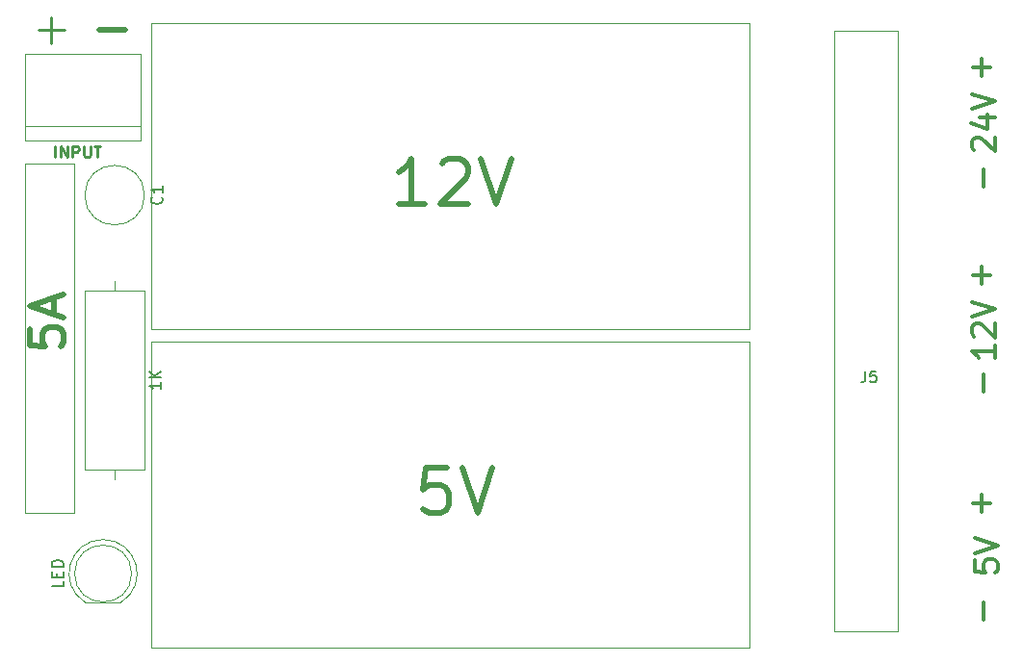
<source format=gbr>
G04 #@! TF.GenerationSoftware,KiCad,Pcbnew,(5.1.2)-2*
G04 #@! TF.CreationDate,2020-04-22T12:52:17+07:00*
G04 #@! TF.ProjectId,power_vedal,706f7765-725f-4766-9564-616c2e6b6963,rev?*
G04 #@! TF.SameCoordinates,Original*
G04 #@! TF.FileFunction,Legend,Top*
G04 #@! TF.FilePolarity,Positive*
%FSLAX46Y46*%
G04 Gerber Fmt 4.6, Leading zero omitted, Abs format (unit mm)*
G04 Created by KiCad (PCBNEW (5.1.2)-2) date 2020-04-22 12:52:17*
%MOMM*%
%LPD*%
G04 APERTURE LIST*
%ADD10C,0.300000*%
%ADD11C,0.500000*%
%ADD12C,0.250000*%
%ADD13C,0.120000*%
%ADD14C,0.150000*%
G04 APERTURE END LIST*
D10*
X152511238Y-47846952D02*
X152416000Y-47751714D01*
X152320761Y-47561238D01*
X152320761Y-47085047D01*
X152416000Y-46894571D01*
X152511238Y-46799333D01*
X152701714Y-46704095D01*
X152892190Y-46704095D01*
X153177904Y-46799333D01*
X154320761Y-47942190D01*
X154320761Y-46704095D01*
X152987428Y-44989809D02*
X154320761Y-44989809D01*
X152225523Y-45466000D02*
X153654095Y-45942190D01*
X153654095Y-44704095D01*
X152320761Y-44227904D02*
X154320761Y-43561238D01*
X152320761Y-42894571D01*
X153304857Y-89153904D02*
X153304857Y-87630095D01*
X152400095Y-78882857D02*
X153923904Y-78882857D01*
X153162000Y-79644761D02*
X153162000Y-78120952D01*
X152574761Y-83946952D02*
X152574761Y-84899333D01*
X153527142Y-84994571D01*
X153431904Y-84899333D01*
X153336666Y-84708857D01*
X153336666Y-84232666D01*
X153431904Y-84042190D01*
X153527142Y-83946952D01*
X153717619Y-83851714D01*
X154193809Y-83851714D01*
X154384285Y-83946952D01*
X154479523Y-84042190D01*
X154574761Y-84232666D01*
X154574761Y-84708857D01*
X154479523Y-84899333D01*
X154384285Y-84994571D01*
X152574761Y-83280285D02*
X154574761Y-82613619D01*
X152574761Y-81946952D01*
X153304857Y-69087904D02*
X153304857Y-67564095D01*
X152400095Y-58816857D02*
X153923904Y-58816857D01*
X153162000Y-59578761D02*
X153162000Y-58054952D01*
X154320761Y-64992095D02*
X154320761Y-66134952D01*
X154320761Y-65563523D02*
X152320761Y-65563523D01*
X152606476Y-65754000D01*
X152796952Y-65944476D01*
X152892190Y-66134952D01*
X152511238Y-64230190D02*
X152416000Y-64134952D01*
X152320761Y-63944476D01*
X152320761Y-63468285D01*
X152416000Y-63277809D01*
X152511238Y-63182571D01*
X152701714Y-63087333D01*
X152892190Y-63087333D01*
X153177904Y-63182571D01*
X154320761Y-64325428D01*
X154320761Y-63087333D01*
X152320761Y-62515904D02*
X154320761Y-61849238D01*
X152320761Y-61182571D01*
X153304857Y-51053904D02*
X153304857Y-49530095D01*
X152400095Y-40528857D02*
X153923904Y-40528857D01*
X153162000Y-41290761D02*
X153162000Y-39766952D01*
D11*
X75565142Y-37298285D02*
X77850857Y-37298285D01*
D12*
X70231142Y-37298285D02*
X72516857Y-37298285D01*
X71374000Y-38441142D02*
X71374000Y-36155428D01*
D13*
X79582000Y-51800000D02*
G75*
G03X79582000Y-51800000I-2620000J0D01*
G01*
X75946462Y-82100000D02*
G75*
G03X74401170Y-87650000I-462J-2990000D01*
G01*
X75945538Y-82100000D02*
G75*
G02X77490830Y-87650000I462J-2990000D01*
G01*
X78446000Y-85090000D02*
G75*
G03X78446000Y-85090000I-2500000J0D01*
G01*
X74401000Y-87650000D02*
X77491000Y-87650000D01*
X79248000Y-45720000D02*
X69088000Y-45720000D01*
X79248000Y-46990000D02*
X79248000Y-39370000D01*
X79248000Y-39370000D02*
X69088000Y-39370000D01*
X69088000Y-39370000D02*
X69088000Y-46990000D01*
X69088000Y-46990000D02*
X79248000Y-46990000D01*
X80166001Y-63052001D02*
X80166001Y-63560001D01*
X80166001Y-63560001D02*
X132744001Y-63560001D01*
X132744001Y-63560001D02*
X132744001Y-36636001D01*
X132744001Y-36636001D02*
X80166001Y-36636001D01*
X80166001Y-36636001D02*
X80166001Y-63052001D01*
X80166001Y-64676001D02*
X80166001Y-91092001D01*
X132744001Y-64676001D02*
X80166001Y-64676001D01*
X132744001Y-91600001D02*
X132744001Y-64676001D01*
X80166001Y-91600001D02*
X132744001Y-91600001D01*
X80166001Y-91092001D02*
X80166001Y-91600001D01*
X79582000Y-60202000D02*
X74342000Y-60202000D01*
X74342000Y-60202000D02*
X74342000Y-75942000D01*
X74342000Y-75942000D02*
X79582000Y-75942000D01*
X79582000Y-75942000D02*
X79582000Y-60202000D01*
X76962000Y-59352000D02*
X76962000Y-60202000D01*
X76962000Y-76792000D02*
X76962000Y-75942000D01*
X69342000Y-79756000D02*
X73406000Y-79756000D01*
X73406000Y-79756000D02*
X73406000Y-49022000D01*
X73406000Y-49022000D02*
X69088000Y-49022000D01*
X69088000Y-49022000D02*
X69088000Y-79756000D01*
X69088000Y-79756000D02*
X69342000Y-79756000D01*
X145796000Y-90170000D02*
X140208000Y-90170000D01*
X145796000Y-37338000D02*
X140208000Y-37338000D01*
X140208000Y-90170000D02*
X140208000Y-37338000D01*
X145796000Y-37338000D02*
X145796000Y-90170000D01*
D14*
X81069142Y-51966666D02*
X81116761Y-52014285D01*
X81164380Y-52157142D01*
X81164380Y-52252380D01*
X81116761Y-52395238D01*
X81021523Y-52490476D01*
X80926285Y-52538095D01*
X80735809Y-52585714D01*
X80592952Y-52585714D01*
X80402476Y-52538095D01*
X80307238Y-52490476D01*
X80212000Y-52395238D01*
X80164380Y-52252380D01*
X80164380Y-52157142D01*
X80212000Y-52014285D01*
X80259619Y-51966666D01*
X81164380Y-51014285D02*
X81164380Y-51585714D01*
X81164380Y-51300000D02*
X80164380Y-51300000D01*
X80307238Y-51395238D01*
X80402476Y-51490476D01*
X80450095Y-51585714D01*
X72438380Y-85732857D02*
X72438380Y-86209047D01*
X71438380Y-86209047D01*
X71914571Y-85399523D02*
X71914571Y-85066190D01*
X72438380Y-84923333D02*
X72438380Y-85399523D01*
X71438380Y-85399523D01*
X71438380Y-84923333D01*
X72438380Y-84494761D02*
X71438380Y-84494761D01*
X71438380Y-84256666D01*
X71486000Y-84113809D01*
X71581238Y-84018571D01*
X71676476Y-83970952D01*
X71866952Y-83923333D01*
X72009809Y-83923333D01*
X72200285Y-83970952D01*
X72295523Y-84018571D01*
X72390761Y-84113809D01*
X72438380Y-84256666D01*
X72438380Y-84494761D01*
D12*
X71731428Y-48458380D02*
X71731428Y-47458380D01*
X72207619Y-48458380D02*
X72207619Y-47458380D01*
X72779047Y-48458380D01*
X72779047Y-47458380D01*
X73255238Y-48458380D02*
X73255238Y-47458380D01*
X73636190Y-47458380D01*
X73731428Y-47506000D01*
X73779047Y-47553619D01*
X73826666Y-47648857D01*
X73826666Y-47791714D01*
X73779047Y-47886952D01*
X73731428Y-47934571D01*
X73636190Y-47982190D01*
X73255238Y-47982190D01*
X74255238Y-47458380D02*
X74255238Y-48267904D01*
X74302857Y-48363142D01*
X74350476Y-48410761D01*
X74445714Y-48458380D01*
X74636190Y-48458380D01*
X74731428Y-48410761D01*
X74779047Y-48363142D01*
X74826666Y-48267904D01*
X74826666Y-47458380D01*
X75160000Y-47458380D02*
X75731428Y-47458380D01*
X75445714Y-48458380D02*
X75445714Y-47458380D01*
D11*
X104203809Y-52609523D02*
X101918095Y-52609523D01*
X103060952Y-52609523D02*
X103060952Y-48609523D01*
X102680000Y-49180952D01*
X102299047Y-49561904D01*
X101918095Y-49752380D01*
X105727619Y-48990476D02*
X105918095Y-48800000D01*
X106299047Y-48609523D01*
X107251428Y-48609523D01*
X107632380Y-48800000D01*
X107822857Y-48990476D01*
X108013333Y-49371428D01*
X108013333Y-49752380D01*
X107822857Y-50323809D01*
X105537142Y-52609523D01*
X108013333Y-52609523D01*
X109156190Y-48609523D02*
X110489523Y-52609523D01*
X111822857Y-48609523D01*
X106172095Y-75787523D02*
X104267333Y-75787523D01*
X104076857Y-77692285D01*
X104267333Y-77501809D01*
X104648285Y-77311333D01*
X105600666Y-77311333D01*
X105981619Y-77501809D01*
X106172095Y-77692285D01*
X106362571Y-78073238D01*
X106362571Y-79025619D01*
X106172095Y-79406571D01*
X105981619Y-79597047D01*
X105600666Y-79787523D01*
X104648285Y-79787523D01*
X104267333Y-79597047D01*
X104076857Y-79406571D01*
X107505428Y-75787523D02*
X108838761Y-79787523D01*
X110172095Y-75787523D01*
D14*
X81034380Y-68286285D02*
X81034380Y-68857714D01*
X81034380Y-68572000D02*
X80034380Y-68572000D01*
X80177238Y-68667238D01*
X80272476Y-68762476D01*
X80320095Y-68857714D01*
X81034380Y-67857714D02*
X80034380Y-67857714D01*
X81034380Y-67286285D02*
X80462952Y-67714857D01*
X80034380Y-67286285D02*
X80605809Y-67857714D01*
D11*
X69477142Y-63563428D02*
X69477142Y-64992000D01*
X70905714Y-65134857D01*
X70762857Y-64992000D01*
X70620000Y-64706285D01*
X70620000Y-63992000D01*
X70762857Y-63706285D01*
X70905714Y-63563428D01*
X71191428Y-63420571D01*
X71905714Y-63420571D01*
X72191428Y-63563428D01*
X72334285Y-63706285D01*
X72477142Y-63992000D01*
X72477142Y-64706285D01*
X72334285Y-64992000D01*
X72191428Y-65134857D01*
X71620000Y-62277714D02*
X71620000Y-60849142D01*
X72477142Y-62563428D02*
X69477142Y-61563428D01*
X72477142Y-60563428D01*
D14*
X142922666Y-67270380D02*
X142922666Y-67984666D01*
X142875047Y-68127523D01*
X142779809Y-68222761D01*
X142636952Y-68270380D01*
X142541714Y-68270380D01*
X143875047Y-67270380D02*
X143398857Y-67270380D01*
X143351238Y-67746571D01*
X143398857Y-67698952D01*
X143494095Y-67651333D01*
X143732190Y-67651333D01*
X143827428Y-67698952D01*
X143875047Y-67746571D01*
X143922666Y-67841809D01*
X143922666Y-68079904D01*
X143875047Y-68175142D01*
X143827428Y-68222761D01*
X143732190Y-68270380D01*
X143494095Y-68270380D01*
X143398857Y-68222761D01*
X143351238Y-68175142D01*
M02*

</source>
